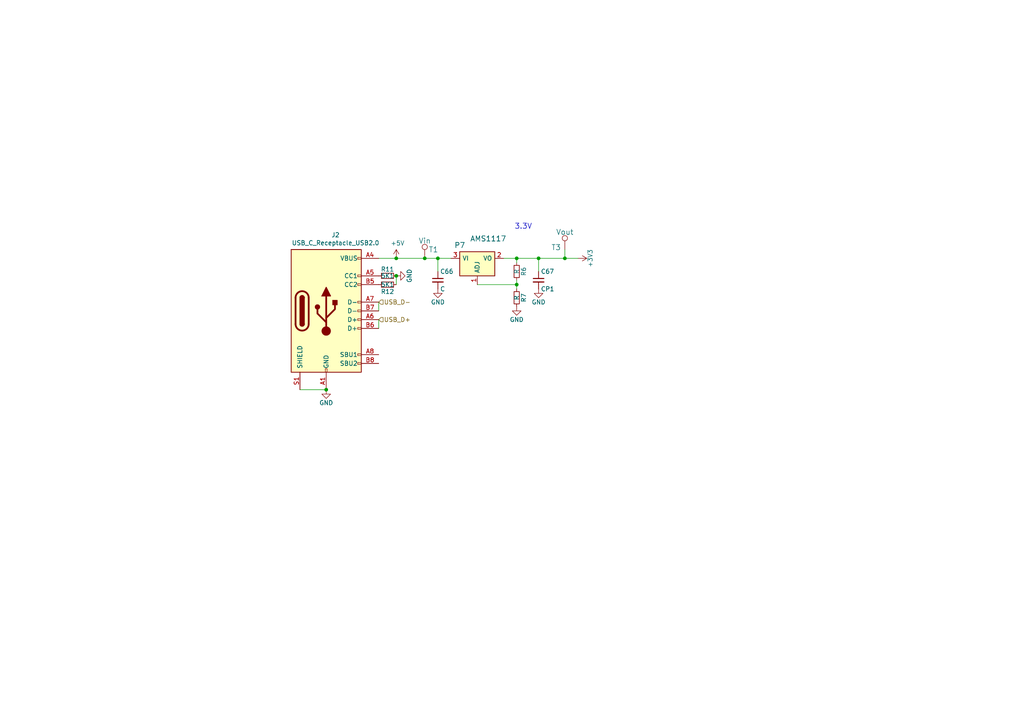
<source format=kicad_sch>
(kicad_sch (version 20211123) (generator eeschema)
  (paper "A4")
  (lib_symbols
    (symbol "Connector:TestPoint" (pin_numbers hide) (pin_names (offset 0.762) hide)
      (property "Reference" "TP" (at 0 6.858 0))
      (property "Value" "TestPoint" (at 0 5.08 0))
      (symbol "TestPoint_0_1"
        (circle (center 0 3.302) (radius 0.762))
      )
      (symbol "TestPoint_1_1"
        (pin passive line (at 0 0 90) (length 2.54) (name "1") (number "1"))
      )
    )
    (symbol "Device:C_Small" (pin_numbers hide) (pin_names (offset 0.254) hide)
      (property "Reference" "C" (at 0.254 1.778 0))
      (property "Value" "C_Small" (at 0.254 -2.032 0))
      (symbol "C_Small_0_1"
        (polyline (pts (xy -1.524 -0.508) (xy 1.524 -0.508)) (stroke (width 0.3302)))
        (polyline (pts (xy -1.524 0.508) (xy 1.524 0.508)) (stroke (width 0.3048)))
      )
      (symbol "C_Small_1_1"
        (pin passive line (at 0 2.54 270) (length 2.032) (name "~") (number "1"))
        (pin passive line (at 0 -2.54 90) (length 2.032) (name "~") (number "2"))
      )
    )
    (symbol "Device:R_Small" (pin_numbers hide) (pin_names (offset 0.254) hide)
      (property "Reference" "R" (at 0.762 0.508 0))
      (property "Value" "R_Small" (at 0.762 -1.016 0))
      (symbol "R_Small_0_1"
        (rectangle (start -0.762 1.778) (end 0.762 -1.778) (stroke (width 0.2032)))
      )
      (symbol "R_Small_1_1"
        (pin passive line (at 0 2.54 270) (length 0.762) (name "~") (number "1"))
        (pin passive line (at 0 -2.54 90) (length 0.762) (name "~") (number "2"))
      )
    )
    (symbol "FullKeyboardV1-rescue:USB_C_Receptacle_USB2.0-Connector" (pin_names (offset 1.016))
      (property "Reference" "J" (at -10.16 19.05 0))
      (property "Value" "USB_C_Receptacle_USB2.0-Connector" (at 19.05 19.05 0))
      (symbol "USB_C_Receptacle_USB2.0-Connector_0_0"
        (rectangle (start -0.254 -17.78) (end 0.254 -16.764))
        (rectangle (start 10.16 -14.986) (end 9.144 -15.494))
        (rectangle (start 10.16 -12.446) (end 9.144 -12.954))
        (rectangle (start 10.16 -4.826) (end 9.144 -5.334))
        (rectangle (start 10.16 -2.286) (end 9.144 -2.794))
        (rectangle (start 10.16 0.254) (end 9.144 -0.254))
        (rectangle (start 10.16 2.794) (end 9.144 2.286))
        (rectangle (start 10.16 7.874) (end 9.144 7.366))
        (rectangle (start 10.16 10.414) (end 9.144 9.906))
        (rectangle (start 10.16 15.494) (end 9.144 14.986))
      )
      (symbol "USB_C_Receptacle_USB2.0-Connector_0_1"
        (rectangle (start -10.16 17.78) (end 10.16 -17.78) (stroke (width 0.254)) (fill (type background)))
        (arc (start -8.89 -3.81) (mid -6.985 -5.715) (end -5.08 -3.81) (stroke (width 0.508)))
        (arc (start -7.62 -3.81) (mid -6.985 -4.445) (end -6.35 -3.81) (stroke (width 0.254)))
        (arc (start -7.62 -3.81) (mid -6.985 -4.445) (end -6.35 -3.81) (stroke (width 0.254)) (fill (type outline)))
        (rectangle (start -7.62 -3.81) (end -6.35 3.81) (stroke (width 0.254)) (fill (type outline)))
        (arc (start -6.35 3.81) (mid -6.985 4.445) (end -7.62 3.81) (stroke (width 0.254)))
        (arc (start -6.35 3.81) (mid -6.985 4.445) (end -7.62 3.81) (stroke (width 0.254)) (fill (type outline)))
        (arc (start -5.08 3.81) (mid -6.985 5.715) (end -8.89 3.81) (stroke (width 0.508)))
        (circle (center -2.54 1.143) (radius 0.635) (stroke (width 0.254)) (fill (type outline)))
        (circle (center 0 -5.842) (radius 1.27) (fill (type outline)))
        (polyline (pts (xy -8.89 -3.81) (xy -8.89 3.81)) (stroke (width 0.508)))
        (polyline (pts (xy -5.08 3.81) (xy -5.08 -3.81)) (stroke (width 0.508)))
        (polyline (pts (xy 0 -5.842) (xy 0 4.318)) (stroke (width 0.508)))
        (polyline (pts (xy 0 -3.302) (xy -2.54 -0.762) (xy -2.54 0.508)) (stroke (width 0.508)))
        (polyline (pts (xy 0 -2.032) (xy 2.54 0.508) (xy 2.54 1.778)) (stroke (width 0.508)))
        (polyline (pts (xy -1.27 4.318) (xy 0 6.858) (xy 1.27 4.318) (xy -1.27 4.318)) (stroke (width 0.254)) (fill (type outline)))
        (rectangle (start 1.905 1.778) (end 3.175 3.048) (stroke (width 0.254)) (fill (type outline)))
      )
      (symbol "USB_C_Receptacle_USB2.0-Connector_1_1"
        (pin power_in line (at 0 -22.86 90) (length 5.08) (name "GND") (number "A1"))
        (pin passive line (at 0 -22.86 90) (length 5.08) hide (name "GND") (number "A12"))
        (pin power_in line (at 15.24 15.24 180) (length 5.08) (name "VBUS") (number "A4"))
        (pin bidirectional line (at 15.24 10.16 180) (length 5.08) (name "CC1") (number "A5"))
        (pin bidirectional line (at 15.24 -2.54 180) (length 5.08) (name "D+") (number "A6"))
        (pin bidirectional line (at 15.24 2.54 180) (length 5.08) (name "D-") (number "A7"))
        (pin bidirectional line (at 15.24 -12.7 180) (length 5.08) (name "SBU1") (number "A8"))
        (pin passive line (at 15.24 15.24 180) (length 5.08) hide (name "VBUS") (number "A9"))
        (pin passive line (at 0 -22.86 90) (length 5.08) hide (name "GND") (number "B1"))
        (pin passive line (at 0 -22.86 90) (length 5.08) hide (name "GND") (number "B12"))
        (pin passive line (at 15.24 15.24 180) (length 5.08) hide (name "VBUS") (number "B4"))
        (pin bidirectional line (at 15.24 7.62 180) (length 5.08) (name "CC2") (number "B5"))
        (pin bidirectional line (at 15.24 -5.08 180) (length 5.08) (name "D+") (number "B6"))
        (pin bidirectional line (at 15.24 0 180) (length 5.08) (name "D-") (number "B7"))
        (pin bidirectional line (at 15.24 -15.24 180) (length 5.08) (name "SBU2") (number "B8"))
        (pin passive line (at 15.24 15.24 180) (length 5.08) hide (name "VBUS") (number "B9"))
        (pin passive line (at -7.62 -22.86 90) (length 5.08) (name "SHIELD") (number "S1"))
      )
    )
    (symbol "Regulator_Linear:AMS1117" (pin_names (offset 0.762))
      (property "Reference" "U" (at -3.81 3.175 0))
      (property "Value" "AMS1117" (at 0 3.175 0))
      (symbol "AMS1117_0_1"
        (rectangle (start -5.08 -5.08) (end 5.08 1.905) (stroke (width 0.254)) (fill (type background)))
      )
      (symbol "AMS1117_1_1"
        (pin input line (at 0 -7.62 90) (length 2.54) (name "ADJ") (number "1"))
        (pin power_out line (at 7.62 0 180) (length 2.54) (name "VO") (number "2"))
        (pin power_in line (at -7.62 0 0) (length 2.54) (name "VI") (number "3"))
      )
    )
    (symbol "power:+3V3" (power) (pin_names (offset 0))
      (property "Value" "+3V3" (at 0 3.556 0))
      (symbol "+3V3_0_1"
        (polyline (pts (xy -0.762 1.27) (xy 0 2.54)))
        (polyline (pts (xy 0 0) (xy 0 2.54)))
        (polyline (pts (xy 0 2.54) (xy 0.762 1.27)))
      )
      (symbol "+3V3_1_1"
        (pin power_in line (at 0 0 90) (length 0) hide (name "+3V3") (number "1"))
      )
    )
    (symbol "power:+5V" (power) (pin_names (offset 0))
      (property "Value" "+5V" (at 0 3.556 0))
      (symbol "+5V_0_1"
        (polyline (pts (xy -0.762 1.27) (xy 0 2.54)))
        (polyline (pts (xy 0 0) (xy 0 2.54)))
        (polyline (pts (xy 0 2.54) (xy 0.762 1.27)))
      )
      (symbol "+5V_1_1"
        (pin power_in line (at 0 0 90) (length 0) hide (name "+5V") (number "1"))
      )
    )
    (symbol "power:GND" (power) (pin_names (offset 0))
      (property "Value" "GND" (at 0 -3.81 0))
      (symbol "GND_0_1"
        (polyline (pts (xy 0 0) (xy 0 -1.27) (xy 1.27 -1.27) (xy 0 -2.54) (xy -1.27 -1.27) (xy 0 -1.27)))
      )
      (symbol "GND_1_1"
        (pin power_in line (at 0 0 270) (length 0) hide (name "GND") (number "1"))
      )
    )
  )
  (junction (at 127 74.93))
  (junction (at 156.21 74.93))
  (junction (at 123.19 74.93))
  (junction (at 114.935 74.93))
  (junction (at 149.86 82.55))
  (junction (at 114.935 80.01))
  (junction (at 163.83 74.93))
  (junction (at 94.615 113.03))
  (junction (at 149.86 74.93))
  (wire (pts (xy 163.83 74.93) (xy 167.64 74.93)))
  (wire (pts (xy 114.935 82.55) (xy 114.935 80.01)))
  (wire (pts (xy 123.19 74.93) (xy 127 74.93)))
  (wire (pts (xy 149.86 74.93) (xy 156.21 74.93)))
  (wire (pts (xy 130.81 74.93) (xy 127 74.93)))
  (wire (pts (xy 109.855 74.93) (xy 114.935 74.93)))
  (wire (pts (xy 149.86 83.82) (xy 149.86 82.55)))
  (wire (pts (xy 114.935 74.93) (xy 123.19 74.93)))
  (wire (pts (xy 94.615 113.03) (xy 86.995 113.03)))
  (wire (pts (xy 149.86 82.55) (xy 149.86 81.28)))
  (wire (pts (xy 146.05 74.93) (xy 149.86 74.93)))
  (wire (pts (xy 127 74.93) (xy 127 78.74)))
  (wire (pts (xy 109.855 95.25) (xy 109.855 92.71)))
  (wire (pts (xy 109.855 90.17) (xy 109.855 87.63)))
  (wire (pts (xy 156.21 74.93) (xy 163.83 74.93)))
  (wire (pts (xy 156.21 74.93) (xy 156.21 78.74)))
  (wire (pts (xy 138.43 82.55) (xy 149.86 82.55)))
  (wire (pts (xy 149.86 74.93) (xy 149.86 76.2)))
  (wire (pts (xy 163.83 72.39) (xy 163.83 74.93)))
  (text "3.3V" (at 149.225 66.675 0) (effects (font (size 1.524 1.524)) (justify left bottom)))
  (hierarchical_label "USB_D-" (shape input) (at 109.855 87.63 0))
  (hierarchical_label "USB_D+" (shape input) (at 109.855 92.71 0))
  (symbol (lib_id "Connector:TestPoint") (at 123.19 74.93 0) (unit 1)
    (property "Reference" "T1" (at 125.73 72.39 0) (effects (font (size 1.524 1.524))))
    (property "Value" "Vin" (at 123.19 69.85 0) (effects (font (size 1.524 1.524))))
    (property "Footprint" "TestPoint:TestPoint_Pad_1.0x1.0mm" (effects hide))
  )
  (symbol (lib_id "power:GND") (at 94.615 113.03 0) (unit 1)
    (property "Reference" "#PWR0158" (effects hide))
    (property "Value" "GND" (at 94.615 116.84 0))
  )
  (symbol (lib_id "Regulator_Linear:AMS1117") (at 138.43 74.93 0) (unit 1)
    (property "Reference" "P7" (at 133.35 71.12 0) (effects (font (size 1.524 1.524))))
    (property "Value" "AMS1117" (at 141.605 69.215 0) (effects (font (size 1.524 1.524))))
    (property "Footprint" "Package_TO_SOT_SMD:SOT-223" (effects hide))
  )
  (symbol (lib_id "Device:R_Small") (at 149.86 78.74 0) (unit 1)
    (property "Reference" "R6" (at 151.892 78.74 90))
    (property "Value" "R" (at 149.86 78.74 90))
    (property "Footprint" "Resistor_SMD:R_0603_1608Metric" (effects hide))
  )
  (symbol (lib_id "Device:R_Small") (at 149.86 86.36 0) (unit 1)
    (property "Reference" "R7" (at 151.892 86.36 90))
    (property "Value" "R" (at 149.86 86.36 90))
    (property "Footprint" "Resistor_SMD:R_0603_1608Metric" (effects hide))
  )
  (symbol (lib_id "power:GND") (at 149.86 88.9 0) (unit 1)
    (property "Reference" "#PWR0159" (effects hide))
    (property "Value" "GND" (at 149.86 92.71 0))
  )
  (symbol (lib_id "Device:C_Small") (at 156.21 81.28 0) (unit 1)
    (property "Reference" "C67" (at 156.845 78.74 0) (effects (justify left)))
    (property "Value" "CP1" (at 156.845 83.82 0) (effects (justify left)))
    (property "Footprint" "Capacitor_SMD:C_0603_1608Metric" (effects hide))
  )
  (symbol (lib_id "power:GND") (at 156.21 83.82 0) (unit 1)
    (property "Reference" "#PWR0160" (effects hide))
    (property "Value" "GND" (at 156.21 87.63 0))
  )
  (symbol (lib_id "Device:C_Small") (at 127 81.28 0) (unit 1)
    (property "Reference" "C66" (at 127.635 78.74 0) (effects (justify left)))
    (property "Value" "C" (at 127.635 83.82 0) (effects (justify left)))
    (property "Footprint" "Capacitor_SMD:C_0603_1608Metric" (effects hide))
  )
  (symbol (lib_id "power:GND") (at 127 83.82 0) (unit 1)
    (property "Reference" "#PWR0161" (effects hide))
    (property "Value" "GND" (at 127 87.63 0))
  )
  (symbol (lib_id "Connector:TestPoint") (at 163.83 72.39 0) (unit 1)
    (property "Reference" "T3" (at 161.29 71.755 0) (effects (font (size 1.524 1.524))))
    (property "Value" "Vout" (at 163.83 67.31 0) (effects (font (size 1.524 1.524))))
    (property "Footprint" "TestPoint:TestPoint_Pad_1.0x1.0mm" (effects hide))
  )
  (symbol (lib_id "power:+3V3") (at 167.64 74.93 270) (unit 1)
    (property "Reference" "#PWR0162" (effects hide))
    (property "Value" "+3V3" (at 171.196 74.93 0))
  )
  (symbol (lib_id "FullKeyboardV1-rescue:USB_C_Receptacle_USB2.0-Connector") (at 94.615 90.17 0) (unit 1)
    (property "Reference" "J2" (at 97.3328 68.1482 0))
    (property "Value" "USB_C_Receptacle_USB2.0" (at 97.3328 70.4596 0))
    (property "Footprint" "Connector_USB:USB_C_Receptacle_HRO_TYPE-C-31-M-12" (effects hide))
    (property "Datasheet" "https://www.usb.org/sites/default/files/documents/usb_type-c.zip" (effects hide))
  )
  (symbol (lib_id "Device:R_Small") (at 112.395 80.01 270) (unit 1)
    (property "Reference" "R11" (at 112.395 78.105 90))
    (property "Value" "5K1" (at 112.395 80.01 90))
    (property "Footprint" "Resistor_SMD:R_0603_1608Metric" (effects hide))
  )
  (symbol (lib_id "Device:R_Small") (at 112.395 82.55 270) (unit 1)
    (property "Reference" "R12" (at 112.395 84.582 90))
    (property "Value" "5K1" (at 112.395 82.55 90))
    (property "Footprint" "Resistor_SMD:R_0603_1608Metric" (effects hide))
  )
  (symbol (lib_id "power:GND") (at 114.935 80.01 90) (unit 1)
    (property "Reference" "#PWR0190" (effects hide))
    (property "Value" "GND" (at 118.745 80.01 0))
  )
  (symbol (lib_id "power:+5V") (at 114.935 74.93 0) (unit 1)
    (property "Reference" "#PWR0155" (effects hide))
    (property "Value" "+5V" (at 115.316 70.5358 0))
  )
)
</source>
